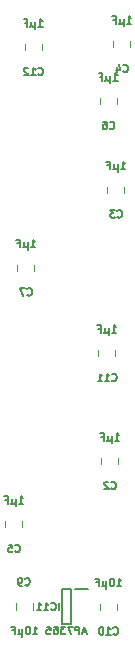
<source format=gbo>
%TF.GenerationSoftware,KiCad,Pcbnew,8.0.4*%
%TF.CreationDate,2024-08-12T14:47:45+02:00*%
%TF.ProjectId,HCP65 Device Interrupts,48435036-3520-4446-9576-69636520496e,rev?*%
%TF.SameCoordinates,PX525bfc0PY43d3480*%
%TF.FileFunction,Legend,Bot*%
%TF.FilePolarity,Positive*%
%FSLAX46Y46*%
G04 Gerber Fmt 4.6, Leading zero omitted, Abs format (unit mm)*
G04 Created by KiCad (PCBNEW 8.0.4) date 2024-08-12 14:47:45*
%MOMM*%
%LPD*%
G01*
G04 APERTURE LIST*
%ADD10C,0.150000*%
%ADD11C,0.120000*%
%ADD12C,0.200000*%
G04 APERTURE END LIST*
D10*
X12451833Y-2300486D02*
X12482071Y-2330725D01*
X12482071Y-2330725D02*
X12572785Y-2360963D01*
X12572785Y-2360963D02*
X12633261Y-2360963D01*
X12633261Y-2360963D02*
X12723976Y-2330725D01*
X12723976Y-2330725D02*
X12784452Y-2270248D01*
X12784452Y-2270248D02*
X12814690Y-2209772D01*
X12814690Y-2209772D02*
X12844928Y-2088820D01*
X12844928Y-2088820D02*
X12844928Y-1998105D01*
X12844928Y-1998105D02*
X12814690Y-1877153D01*
X12814690Y-1877153D02*
X12784452Y-1816677D01*
X12784452Y-1816677D02*
X12723976Y-1756201D01*
X12723976Y-1756201D02*
X12633261Y-1725963D01*
X12633261Y-1725963D02*
X12572785Y-1725963D01*
X12572785Y-1725963D02*
X12482071Y-1756201D01*
X12482071Y-1756201D02*
X12451833Y-1786439D01*
X11907547Y-1937629D02*
X11907547Y-2360963D01*
X12058738Y-1695725D02*
X12209928Y-2149296D01*
X12209928Y-2149296D02*
X11816833Y-2149296D01*
X12742333Y1746037D02*
X13105190Y1746037D01*
X12923762Y1746037D02*
X12923762Y2381037D01*
X12923762Y2381037D02*
X12984238Y2290323D01*
X12984238Y2290323D02*
X13044714Y2229847D01*
X13044714Y2229847D02*
X13105190Y2199609D01*
X12470190Y2169371D02*
X12470190Y1534371D01*
X12167809Y1836752D02*
X12137571Y1776275D01*
X12137571Y1776275D02*
X12077095Y1746037D01*
X12470190Y1836752D02*
X12439952Y1776275D01*
X12439952Y1776275D02*
X12379476Y1746037D01*
X12379476Y1746037D02*
X12258523Y1746037D01*
X12258523Y1746037D02*
X12198047Y1776275D01*
X12198047Y1776275D02*
X12167809Y1836752D01*
X12167809Y1836752D02*
X12167809Y2169371D01*
X11593285Y2078656D02*
X11804952Y2078656D01*
X11804952Y1746037D02*
X11804952Y2381037D01*
X11804952Y2381037D02*
X11502571Y2381037D01*
X11611214Y-49925486D02*
X11641452Y-49955725D01*
X11641452Y-49955725D02*
X11732166Y-49985963D01*
X11732166Y-49985963D02*
X11792642Y-49985963D01*
X11792642Y-49985963D02*
X11883357Y-49955725D01*
X11883357Y-49955725D02*
X11943833Y-49895248D01*
X11943833Y-49895248D02*
X11974071Y-49834772D01*
X11974071Y-49834772D02*
X12004309Y-49713820D01*
X12004309Y-49713820D02*
X12004309Y-49623105D01*
X12004309Y-49623105D02*
X11974071Y-49502153D01*
X11974071Y-49502153D02*
X11943833Y-49441677D01*
X11943833Y-49441677D02*
X11883357Y-49381201D01*
X11883357Y-49381201D02*
X11792642Y-49350963D01*
X11792642Y-49350963D02*
X11732166Y-49350963D01*
X11732166Y-49350963D02*
X11641452Y-49381201D01*
X11641452Y-49381201D02*
X11611214Y-49411439D01*
X11006452Y-49985963D02*
X11369309Y-49985963D01*
X11187881Y-49985963D02*
X11187881Y-49350963D01*
X11187881Y-49350963D02*
X11248357Y-49441677D01*
X11248357Y-49441677D02*
X11308833Y-49502153D01*
X11308833Y-49502153D02*
X11369309Y-49532391D01*
X10613357Y-49350963D02*
X10552880Y-49350963D01*
X10552880Y-49350963D02*
X10492404Y-49381201D01*
X10492404Y-49381201D02*
X10462166Y-49411439D01*
X10462166Y-49411439D02*
X10431928Y-49471915D01*
X10431928Y-49471915D02*
X10401690Y-49592867D01*
X10401690Y-49592867D02*
X10401690Y-49744058D01*
X10401690Y-49744058D02*
X10431928Y-49865010D01*
X10431928Y-49865010D02*
X10462166Y-49925486D01*
X10462166Y-49925486D02*
X10492404Y-49955725D01*
X10492404Y-49955725D02*
X10552880Y-49985963D01*
X10552880Y-49985963D02*
X10613357Y-49985963D01*
X10613357Y-49985963D02*
X10673833Y-49955725D01*
X10673833Y-49955725D02*
X10704071Y-49925486D01*
X10704071Y-49925486D02*
X10734309Y-49865010D01*
X10734309Y-49865010D02*
X10764547Y-49744058D01*
X10764547Y-49744058D02*
X10764547Y-49592867D01*
X10764547Y-49592867D02*
X10734309Y-49471915D01*
X10734309Y-49471915D02*
X10704071Y-49411439D01*
X10704071Y-49411439D02*
X10673833Y-49381201D01*
X10673833Y-49381201D02*
X10613357Y-49350963D01*
X11901714Y-45878963D02*
X12264571Y-45878963D01*
X12083143Y-45878963D02*
X12083143Y-45243963D01*
X12083143Y-45243963D02*
X12143619Y-45334677D01*
X12143619Y-45334677D02*
X12204095Y-45395153D01*
X12204095Y-45395153D02*
X12264571Y-45425391D01*
X11508619Y-45243963D02*
X11448142Y-45243963D01*
X11448142Y-45243963D02*
X11387666Y-45274201D01*
X11387666Y-45274201D02*
X11357428Y-45304439D01*
X11357428Y-45304439D02*
X11327190Y-45364915D01*
X11327190Y-45364915D02*
X11296952Y-45485867D01*
X11296952Y-45485867D02*
X11296952Y-45637058D01*
X11296952Y-45637058D02*
X11327190Y-45758010D01*
X11327190Y-45758010D02*
X11357428Y-45818486D01*
X11357428Y-45818486D02*
X11387666Y-45848725D01*
X11387666Y-45848725D02*
X11448142Y-45878963D01*
X11448142Y-45878963D02*
X11508619Y-45878963D01*
X11508619Y-45878963D02*
X11569095Y-45848725D01*
X11569095Y-45848725D02*
X11599333Y-45818486D01*
X11599333Y-45818486D02*
X11629571Y-45758010D01*
X11629571Y-45758010D02*
X11659809Y-45637058D01*
X11659809Y-45637058D02*
X11659809Y-45485867D01*
X11659809Y-45485867D02*
X11629571Y-45364915D01*
X11629571Y-45364915D02*
X11599333Y-45304439D01*
X11599333Y-45304439D02*
X11569095Y-45274201D01*
X11569095Y-45274201D02*
X11508619Y-45243963D01*
X11024809Y-45455629D02*
X11024809Y-46090629D01*
X10722428Y-45788248D02*
X10692190Y-45848725D01*
X10692190Y-45848725D02*
X10631714Y-45878963D01*
X11024809Y-45788248D02*
X10994571Y-45848725D01*
X10994571Y-45848725D02*
X10934095Y-45878963D01*
X10934095Y-45878963D02*
X10813142Y-45878963D01*
X10813142Y-45878963D02*
X10752666Y-45848725D01*
X10752666Y-45848725D02*
X10722428Y-45788248D01*
X10722428Y-45788248D02*
X10722428Y-45455629D01*
X10147904Y-45546344D02*
X10359571Y-45546344D01*
X10359571Y-45878963D02*
X10359571Y-45243963D01*
X10359571Y-45243963D02*
X10057190Y-45243963D01*
X7018261Y-47910963D02*
X7018261Y-47275963D01*
X6353023Y-47850486D02*
X6383261Y-47880725D01*
X6383261Y-47880725D02*
X6473975Y-47910963D01*
X6473975Y-47910963D02*
X6534451Y-47910963D01*
X6534451Y-47910963D02*
X6625166Y-47880725D01*
X6625166Y-47880725D02*
X6685642Y-47820248D01*
X6685642Y-47820248D02*
X6715880Y-47759772D01*
X6715880Y-47759772D02*
X6746118Y-47638820D01*
X6746118Y-47638820D02*
X6746118Y-47548105D01*
X6746118Y-47548105D02*
X6715880Y-47427153D01*
X6715880Y-47427153D02*
X6685642Y-47366677D01*
X6685642Y-47366677D02*
X6625166Y-47306201D01*
X6625166Y-47306201D02*
X6534451Y-47275963D01*
X6534451Y-47275963D02*
X6473975Y-47275963D01*
X6473975Y-47275963D02*
X6383261Y-47306201D01*
X6383261Y-47306201D02*
X6353023Y-47336439D01*
X5748261Y-47910963D02*
X6111118Y-47910963D01*
X5929690Y-47910963D02*
X5929690Y-47275963D01*
X5929690Y-47275963D02*
X5990166Y-47366677D01*
X5990166Y-47366677D02*
X6050642Y-47427153D01*
X6050642Y-47427153D02*
X6111118Y-47457391D01*
X5143499Y-47910963D02*
X5506356Y-47910963D01*
X5324928Y-47910963D02*
X5324928Y-47275963D01*
X5324928Y-47275963D02*
X5385404Y-47366677D01*
X5385404Y-47366677D02*
X5445880Y-47427153D01*
X5445880Y-47427153D02*
X5506356Y-47457391D01*
X9298214Y-49761534D02*
X8995833Y-49761534D01*
X9358690Y-49942963D02*
X9147024Y-49307963D01*
X9147024Y-49307963D02*
X8935357Y-49942963D01*
X8723690Y-49942963D02*
X8723690Y-49307963D01*
X8723690Y-49307963D02*
X8481785Y-49307963D01*
X8481785Y-49307963D02*
X8421309Y-49338201D01*
X8421309Y-49338201D02*
X8391071Y-49368439D01*
X8391071Y-49368439D02*
X8360833Y-49428915D01*
X8360833Y-49428915D02*
X8360833Y-49519629D01*
X8360833Y-49519629D02*
X8391071Y-49580105D01*
X8391071Y-49580105D02*
X8421309Y-49610344D01*
X8421309Y-49610344D02*
X8481785Y-49640582D01*
X8481785Y-49640582D02*
X8723690Y-49640582D01*
X8149166Y-49307963D02*
X7725833Y-49307963D01*
X7725833Y-49307963D02*
X7997976Y-49942963D01*
X7544404Y-49307963D02*
X7151309Y-49307963D01*
X7151309Y-49307963D02*
X7362976Y-49549867D01*
X7362976Y-49549867D02*
X7272261Y-49549867D01*
X7272261Y-49549867D02*
X7211785Y-49580105D01*
X7211785Y-49580105D02*
X7181547Y-49610344D01*
X7181547Y-49610344D02*
X7151309Y-49670820D01*
X7151309Y-49670820D02*
X7151309Y-49822010D01*
X7151309Y-49822010D02*
X7181547Y-49882486D01*
X7181547Y-49882486D02*
X7211785Y-49912725D01*
X7211785Y-49912725D02*
X7272261Y-49942963D01*
X7272261Y-49942963D02*
X7453690Y-49942963D01*
X7453690Y-49942963D02*
X7514166Y-49912725D01*
X7514166Y-49912725D02*
X7544404Y-49882486D01*
X6607023Y-49307963D02*
X6727976Y-49307963D01*
X6727976Y-49307963D02*
X6788452Y-49338201D01*
X6788452Y-49338201D02*
X6818690Y-49368439D01*
X6818690Y-49368439D02*
X6879166Y-49459153D01*
X6879166Y-49459153D02*
X6909404Y-49580105D01*
X6909404Y-49580105D02*
X6909404Y-49822010D01*
X6909404Y-49822010D02*
X6879166Y-49882486D01*
X6879166Y-49882486D02*
X6848928Y-49912725D01*
X6848928Y-49912725D02*
X6788452Y-49942963D01*
X6788452Y-49942963D02*
X6667499Y-49942963D01*
X6667499Y-49942963D02*
X6607023Y-49912725D01*
X6607023Y-49912725D02*
X6576785Y-49882486D01*
X6576785Y-49882486D02*
X6546547Y-49822010D01*
X6546547Y-49822010D02*
X6546547Y-49670820D01*
X6546547Y-49670820D02*
X6576785Y-49610344D01*
X6576785Y-49610344D02*
X6607023Y-49580105D01*
X6607023Y-49580105D02*
X6667499Y-49549867D01*
X6667499Y-49549867D02*
X6788452Y-49549867D01*
X6788452Y-49549867D02*
X6848928Y-49580105D01*
X6848928Y-49580105D02*
X6879166Y-49610344D01*
X6879166Y-49610344D02*
X6909404Y-49670820D01*
X5972023Y-49307963D02*
X6274404Y-49307963D01*
X6274404Y-49307963D02*
X6304642Y-49610344D01*
X6304642Y-49610344D02*
X6274404Y-49580105D01*
X6274404Y-49580105D02*
X6213928Y-49549867D01*
X6213928Y-49549867D02*
X6062737Y-49549867D01*
X6062737Y-49549867D02*
X6002261Y-49580105D01*
X6002261Y-49580105D02*
X5972023Y-49610344D01*
X5972023Y-49610344D02*
X5941785Y-49670820D01*
X5941785Y-49670820D02*
X5941785Y-49822010D01*
X5941785Y-49822010D02*
X5972023Y-49882486D01*
X5972023Y-49882486D02*
X6002261Y-49912725D01*
X6002261Y-49912725D02*
X6062737Y-49942963D01*
X6062737Y-49942963D02*
X6213928Y-49942963D01*
X6213928Y-49942963D02*
X6274404Y-49912725D01*
X6274404Y-49912725D02*
X6304642Y-49882486D01*
X5261214Y-2554486D02*
X5291452Y-2584725D01*
X5291452Y-2584725D02*
X5382166Y-2614963D01*
X5382166Y-2614963D02*
X5442642Y-2614963D01*
X5442642Y-2614963D02*
X5533357Y-2584725D01*
X5533357Y-2584725D02*
X5593833Y-2524248D01*
X5593833Y-2524248D02*
X5624071Y-2463772D01*
X5624071Y-2463772D02*
X5654309Y-2342820D01*
X5654309Y-2342820D02*
X5654309Y-2252105D01*
X5654309Y-2252105D02*
X5624071Y-2131153D01*
X5624071Y-2131153D02*
X5593833Y-2070677D01*
X5593833Y-2070677D02*
X5533357Y-2010201D01*
X5533357Y-2010201D02*
X5442642Y-1979963D01*
X5442642Y-1979963D02*
X5382166Y-1979963D01*
X5382166Y-1979963D02*
X5291452Y-2010201D01*
X5291452Y-2010201D02*
X5261214Y-2040439D01*
X4656452Y-2614963D02*
X5019309Y-2614963D01*
X4837881Y-2614963D02*
X4837881Y-1979963D01*
X4837881Y-1979963D02*
X4898357Y-2070677D01*
X4898357Y-2070677D02*
X4958833Y-2131153D01*
X4958833Y-2131153D02*
X5019309Y-2161391D01*
X4414547Y-2040439D02*
X4384309Y-2010201D01*
X4384309Y-2010201D02*
X4323833Y-1979963D01*
X4323833Y-1979963D02*
X4172642Y-1979963D01*
X4172642Y-1979963D02*
X4112166Y-2010201D01*
X4112166Y-2010201D02*
X4081928Y-2040439D01*
X4081928Y-2040439D02*
X4051690Y-2100915D01*
X4051690Y-2100915D02*
X4051690Y-2161391D01*
X4051690Y-2161391D02*
X4081928Y-2252105D01*
X4081928Y-2252105D02*
X4444785Y-2614963D01*
X4444785Y-2614963D02*
X4051690Y-2614963D01*
X5249333Y1492037D02*
X5612190Y1492037D01*
X5430762Y1492037D02*
X5430762Y2127037D01*
X5430762Y2127037D02*
X5491238Y2036323D01*
X5491238Y2036323D02*
X5551714Y1975847D01*
X5551714Y1975847D02*
X5612190Y1945609D01*
X4977190Y1915371D02*
X4977190Y1280371D01*
X4674809Y1582752D02*
X4644571Y1522275D01*
X4644571Y1522275D02*
X4584095Y1492037D01*
X4977190Y1582752D02*
X4946952Y1522275D01*
X4946952Y1522275D02*
X4886476Y1492037D01*
X4886476Y1492037D02*
X4765523Y1492037D01*
X4765523Y1492037D02*
X4705047Y1522275D01*
X4705047Y1522275D02*
X4674809Y1582752D01*
X4674809Y1582752D02*
X4674809Y1915371D01*
X4100285Y1824656D02*
X4311952Y1824656D01*
X4311952Y1492037D02*
X4311952Y2127037D01*
X4311952Y2127037D02*
X4009571Y2127037D01*
X4323833Y-21223486D02*
X4354071Y-21253725D01*
X4354071Y-21253725D02*
X4444785Y-21283963D01*
X4444785Y-21283963D02*
X4505261Y-21283963D01*
X4505261Y-21283963D02*
X4595976Y-21253725D01*
X4595976Y-21253725D02*
X4656452Y-21193248D01*
X4656452Y-21193248D02*
X4686690Y-21132772D01*
X4686690Y-21132772D02*
X4716928Y-21011820D01*
X4716928Y-21011820D02*
X4716928Y-20921105D01*
X4716928Y-20921105D02*
X4686690Y-20800153D01*
X4686690Y-20800153D02*
X4656452Y-20739677D01*
X4656452Y-20739677D02*
X4595976Y-20679201D01*
X4595976Y-20679201D02*
X4505261Y-20648963D01*
X4505261Y-20648963D02*
X4444785Y-20648963D01*
X4444785Y-20648963D02*
X4354071Y-20679201D01*
X4354071Y-20679201D02*
X4323833Y-20709439D01*
X4112166Y-20648963D02*
X3688833Y-20648963D01*
X3688833Y-20648963D02*
X3960976Y-21283963D01*
X4614333Y-17176963D02*
X4977190Y-17176963D01*
X4795762Y-17176963D02*
X4795762Y-16541963D01*
X4795762Y-16541963D02*
X4856238Y-16632677D01*
X4856238Y-16632677D02*
X4916714Y-16693153D01*
X4916714Y-16693153D02*
X4977190Y-16723391D01*
X4342190Y-16753629D02*
X4342190Y-17388629D01*
X4039809Y-17086248D02*
X4009571Y-17146725D01*
X4009571Y-17146725D02*
X3949095Y-17176963D01*
X4342190Y-17086248D02*
X4311952Y-17146725D01*
X4311952Y-17146725D02*
X4251476Y-17176963D01*
X4251476Y-17176963D02*
X4130523Y-17176963D01*
X4130523Y-17176963D02*
X4070047Y-17146725D01*
X4070047Y-17146725D02*
X4039809Y-17086248D01*
X4039809Y-17086248D02*
X4039809Y-16753629D01*
X3465285Y-16844344D02*
X3676952Y-16844344D01*
X3676952Y-17176963D02*
X3676952Y-16541963D01*
X3676952Y-16541963D02*
X3374571Y-16541963D01*
X3307833Y-42940486D02*
X3338071Y-42970725D01*
X3338071Y-42970725D02*
X3428785Y-43000963D01*
X3428785Y-43000963D02*
X3489261Y-43000963D01*
X3489261Y-43000963D02*
X3579976Y-42970725D01*
X3579976Y-42970725D02*
X3640452Y-42910248D01*
X3640452Y-42910248D02*
X3670690Y-42849772D01*
X3670690Y-42849772D02*
X3700928Y-42728820D01*
X3700928Y-42728820D02*
X3700928Y-42638105D01*
X3700928Y-42638105D02*
X3670690Y-42517153D01*
X3670690Y-42517153D02*
X3640452Y-42456677D01*
X3640452Y-42456677D02*
X3579976Y-42396201D01*
X3579976Y-42396201D02*
X3489261Y-42365963D01*
X3489261Y-42365963D02*
X3428785Y-42365963D01*
X3428785Y-42365963D02*
X3338071Y-42396201D01*
X3338071Y-42396201D02*
X3307833Y-42426439D01*
X2733309Y-42365963D02*
X3035690Y-42365963D01*
X3035690Y-42365963D02*
X3065928Y-42668344D01*
X3065928Y-42668344D02*
X3035690Y-42638105D01*
X3035690Y-42638105D02*
X2975214Y-42607867D01*
X2975214Y-42607867D02*
X2824023Y-42607867D01*
X2824023Y-42607867D02*
X2763547Y-42638105D01*
X2763547Y-42638105D02*
X2733309Y-42668344D01*
X2733309Y-42668344D02*
X2703071Y-42728820D01*
X2703071Y-42728820D02*
X2703071Y-42880010D01*
X2703071Y-42880010D02*
X2733309Y-42940486D01*
X2733309Y-42940486D02*
X2763547Y-42970725D01*
X2763547Y-42970725D02*
X2824023Y-43000963D01*
X2824023Y-43000963D02*
X2975214Y-43000963D01*
X2975214Y-43000963D02*
X3035690Y-42970725D01*
X3035690Y-42970725D02*
X3065928Y-42940486D01*
X3598333Y-38893963D02*
X3961190Y-38893963D01*
X3779762Y-38893963D02*
X3779762Y-38258963D01*
X3779762Y-38258963D02*
X3840238Y-38349677D01*
X3840238Y-38349677D02*
X3900714Y-38410153D01*
X3900714Y-38410153D02*
X3961190Y-38440391D01*
X3326190Y-38470629D02*
X3326190Y-39105629D01*
X3023809Y-38803248D02*
X2993571Y-38863725D01*
X2993571Y-38863725D02*
X2933095Y-38893963D01*
X3326190Y-38803248D02*
X3295952Y-38863725D01*
X3295952Y-38863725D02*
X3235476Y-38893963D01*
X3235476Y-38893963D02*
X3114523Y-38893963D01*
X3114523Y-38893963D02*
X3054047Y-38863725D01*
X3054047Y-38863725D02*
X3023809Y-38803248D01*
X3023809Y-38803248D02*
X3023809Y-38470629D01*
X2449285Y-38561344D02*
X2660952Y-38561344D01*
X2660952Y-38893963D02*
X2660952Y-38258963D01*
X2660952Y-38258963D02*
X2358571Y-38258963D01*
X11308833Y-7126486D02*
X11339071Y-7156725D01*
X11339071Y-7156725D02*
X11429785Y-7186963D01*
X11429785Y-7186963D02*
X11490261Y-7186963D01*
X11490261Y-7186963D02*
X11580976Y-7156725D01*
X11580976Y-7156725D02*
X11641452Y-7096248D01*
X11641452Y-7096248D02*
X11671690Y-7035772D01*
X11671690Y-7035772D02*
X11701928Y-6914820D01*
X11701928Y-6914820D02*
X11701928Y-6824105D01*
X11701928Y-6824105D02*
X11671690Y-6703153D01*
X11671690Y-6703153D02*
X11641452Y-6642677D01*
X11641452Y-6642677D02*
X11580976Y-6582201D01*
X11580976Y-6582201D02*
X11490261Y-6551963D01*
X11490261Y-6551963D02*
X11429785Y-6551963D01*
X11429785Y-6551963D02*
X11339071Y-6582201D01*
X11339071Y-6582201D02*
X11308833Y-6612439D01*
X10764547Y-6551963D02*
X10885500Y-6551963D01*
X10885500Y-6551963D02*
X10945976Y-6582201D01*
X10945976Y-6582201D02*
X10976214Y-6612439D01*
X10976214Y-6612439D02*
X11036690Y-6703153D01*
X11036690Y-6703153D02*
X11066928Y-6824105D01*
X11066928Y-6824105D02*
X11066928Y-7066010D01*
X11066928Y-7066010D02*
X11036690Y-7126486D01*
X11036690Y-7126486D02*
X11006452Y-7156725D01*
X11006452Y-7156725D02*
X10945976Y-7186963D01*
X10945976Y-7186963D02*
X10825023Y-7186963D01*
X10825023Y-7186963D02*
X10764547Y-7156725D01*
X10764547Y-7156725D02*
X10734309Y-7126486D01*
X10734309Y-7126486D02*
X10704071Y-7066010D01*
X10704071Y-7066010D02*
X10704071Y-6914820D01*
X10704071Y-6914820D02*
X10734309Y-6854344D01*
X10734309Y-6854344D02*
X10764547Y-6824105D01*
X10764547Y-6824105D02*
X10825023Y-6793867D01*
X10825023Y-6793867D02*
X10945976Y-6793867D01*
X10945976Y-6793867D02*
X11006452Y-6824105D01*
X11006452Y-6824105D02*
X11036690Y-6854344D01*
X11036690Y-6854344D02*
X11066928Y-6914820D01*
X11599333Y-3079963D02*
X11962190Y-3079963D01*
X11780762Y-3079963D02*
X11780762Y-2444963D01*
X11780762Y-2444963D02*
X11841238Y-2535677D01*
X11841238Y-2535677D02*
X11901714Y-2596153D01*
X11901714Y-2596153D02*
X11962190Y-2626391D01*
X11327190Y-2656629D02*
X11327190Y-3291629D01*
X11024809Y-2989248D02*
X10994571Y-3049725D01*
X10994571Y-3049725D02*
X10934095Y-3079963D01*
X11327190Y-2989248D02*
X11296952Y-3049725D01*
X11296952Y-3049725D02*
X11236476Y-3079963D01*
X11236476Y-3079963D02*
X11115523Y-3079963D01*
X11115523Y-3079963D02*
X11055047Y-3049725D01*
X11055047Y-3049725D02*
X11024809Y-2989248D01*
X11024809Y-2989248D02*
X11024809Y-2656629D01*
X10450285Y-2747344D02*
X10661952Y-2747344D01*
X10661952Y-3079963D02*
X10661952Y-2444963D01*
X10661952Y-2444963D02*
X10359571Y-2444963D01*
X11484214Y-28462486D02*
X11514452Y-28492725D01*
X11514452Y-28492725D02*
X11605166Y-28522963D01*
X11605166Y-28522963D02*
X11665642Y-28522963D01*
X11665642Y-28522963D02*
X11756357Y-28492725D01*
X11756357Y-28492725D02*
X11816833Y-28432248D01*
X11816833Y-28432248D02*
X11847071Y-28371772D01*
X11847071Y-28371772D02*
X11877309Y-28250820D01*
X11877309Y-28250820D02*
X11877309Y-28160105D01*
X11877309Y-28160105D02*
X11847071Y-28039153D01*
X11847071Y-28039153D02*
X11816833Y-27978677D01*
X11816833Y-27978677D02*
X11756357Y-27918201D01*
X11756357Y-27918201D02*
X11665642Y-27887963D01*
X11665642Y-27887963D02*
X11605166Y-27887963D01*
X11605166Y-27887963D02*
X11514452Y-27918201D01*
X11514452Y-27918201D02*
X11484214Y-27948439D01*
X10879452Y-28522963D02*
X11242309Y-28522963D01*
X11060881Y-28522963D02*
X11060881Y-27887963D01*
X11060881Y-27887963D02*
X11121357Y-27978677D01*
X11121357Y-27978677D02*
X11181833Y-28039153D01*
X11181833Y-28039153D02*
X11242309Y-28069391D01*
X10274690Y-28522963D02*
X10637547Y-28522963D01*
X10456119Y-28522963D02*
X10456119Y-27887963D01*
X10456119Y-27887963D02*
X10516595Y-27978677D01*
X10516595Y-27978677D02*
X10577071Y-28039153D01*
X10577071Y-28039153D02*
X10637547Y-28069391D01*
X11472333Y-24415963D02*
X11835190Y-24415963D01*
X11653762Y-24415963D02*
X11653762Y-23780963D01*
X11653762Y-23780963D02*
X11714238Y-23871677D01*
X11714238Y-23871677D02*
X11774714Y-23932153D01*
X11774714Y-23932153D02*
X11835190Y-23962391D01*
X11200190Y-23992629D02*
X11200190Y-24627629D01*
X10897809Y-24325248D02*
X10867571Y-24385725D01*
X10867571Y-24385725D02*
X10807095Y-24415963D01*
X11200190Y-24325248D02*
X11169952Y-24385725D01*
X11169952Y-24385725D02*
X11109476Y-24415963D01*
X11109476Y-24415963D02*
X10988523Y-24415963D01*
X10988523Y-24415963D02*
X10928047Y-24385725D01*
X10928047Y-24385725D02*
X10897809Y-24325248D01*
X10897809Y-24325248D02*
X10897809Y-23992629D01*
X10323285Y-24083344D02*
X10534952Y-24083344D01*
X10534952Y-24415963D02*
X10534952Y-23780963D01*
X10534952Y-23780963D02*
X10232571Y-23780963D01*
X11435833Y-37606486D02*
X11466071Y-37636725D01*
X11466071Y-37636725D02*
X11556785Y-37666963D01*
X11556785Y-37666963D02*
X11617261Y-37666963D01*
X11617261Y-37666963D02*
X11707976Y-37636725D01*
X11707976Y-37636725D02*
X11768452Y-37576248D01*
X11768452Y-37576248D02*
X11798690Y-37515772D01*
X11798690Y-37515772D02*
X11828928Y-37394820D01*
X11828928Y-37394820D02*
X11828928Y-37304105D01*
X11828928Y-37304105D02*
X11798690Y-37183153D01*
X11798690Y-37183153D02*
X11768452Y-37122677D01*
X11768452Y-37122677D02*
X11707976Y-37062201D01*
X11707976Y-37062201D02*
X11617261Y-37031963D01*
X11617261Y-37031963D02*
X11556785Y-37031963D01*
X11556785Y-37031963D02*
X11466071Y-37062201D01*
X11466071Y-37062201D02*
X11435833Y-37092439D01*
X11193928Y-37092439D02*
X11163690Y-37062201D01*
X11163690Y-37062201D02*
X11103214Y-37031963D01*
X11103214Y-37031963D02*
X10952023Y-37031963D01*
X10952023Y-37031963D02*
X10891547Y-37062201D01*
X10891547Y-37062201D02*
X10861309Y-37092439D01*
X10861309Y-37092439D02*
X10831071Y-37152915D01*
X10831071Y-37152915D02*
X10831071Y-37213391D01*
X10831071Y-37213391D02*
X10861309Y-37304105D01*
X10861309Y-37304105D02*
X11224166Y-37666963D01*
X11224166Y-37666963D02*
X10831071Y-37666963D01*
X11726333Y-33559963D02*
X12089190Y-33559963D01*
X11907762Y-33559963D02*
X11907762Y-32924963D01*
X11907762Y-32924963D02*
X11968238Y-33015677D01*
X11968238Y-33015677D02*
X12028714Y-33076153D01*
X12028714Y-33076153D02*
X12089190Y-33106391D01*
X11454190Y-33136629D02*
X11454190Y-33771629D01*
X11151809Y-33469248D02*
X11121571Y-33529725D01*
X11121571Y-33529725D02*
X11061095Y-33559963D01*
X11454190Y-33469248D02*
X11423952Y-33529725D01*
X11423952Y-33529725D02*
X11363476Y-33559963D01*
X11363476Y-33559963D02*
X11242523Y-33559963D01*
X11242523Y-33559963D02*
X11182047Y-33529725D01*
X11182047Y-33529725D02*
X11151809Y-33469248D01*
X11151809Y-33469248D02*
X11151809Y-33136629D01*
X10577285Y-33227344D02*
X10788952Y-33227344D01*
X10788952Y-33559963D02*
X10788952Y-32924963D01*
X10788952Y-32924963D02*
X10486571Y-32924963D01*
X4142833Y-45775486D02*
X4173071Y-45805725D01*
X4173071Y-45805725D02*
X4263785Y-45835963D01*
X4263785Y-45835963D02*
X4324261Y-45835963D01*
X4324261Y-45835963D02*
X4414976Y-45805725D01*
X4414976Y-45805725D02*
X4475452Y-45745248D01*
X4475452Y-45745248D02*
X4505690Y-45684772D01*
X4505690Y-45684772D02*
X4535928Y-45563820D01*
X4535928Y-45563820D02*
X4535928Y-45473105D01*
X4535928Y-45473105D02*
X4505690Y-45352153D01*
X4505690Y-45352153D02*
X4475452Y-45291677D01*
X4475452Y-45291677D02*
X4414976Y-45231201D01*
X4414976Y-45231201D02*
X4324261Y-45200963D01*
X4324261Y-45200963D02*
X4263785Y-45200963D01*
X4263785Y-45200963D02*
X4173071Y-45231201D01*
X4173071Y-45231201D02*
X4142833Y-45261439D01*
X3840452Y-45835963D02*
X3719500Y-45835963D01*
X3719500Y-45835963D02*
X3659023Y-45805725D01*
X3659023Y-45805725D02*
X3628785Y-45775486D01*
X3628785Y-45775486D02*
X3568309Y-45684772D01*
X3568309Y-45684772D02*
X3538071Y-45563820D01*
X3538071Y-45563820D02*
X3538071Y-45321915D01*
X3538071Y-45321915D02*
X3568309Y-45261439D01*
X3568309Y-45261439D02*
X3598547Y-45231201D01*
X3598547Y-45231201D02*
X3659023Y-45200963D01*
X3659023Y-45200963D02*
X3779976Y-45200963D01*
X3779976Y-45200963D02*
X3840452Y-45231201D01*
X3840452Y-45231201D02*
X3870690Y-45261439D01*
X3870690Y-45261439D02*
X3900928Y-45321915D01*
X3900928Y-45321915D02*
X3900928Y-45473105D01*
X3900928Y-45473105D02*
X3870690Y-45533582D01*
X3870690Y-45533582D02*
X3840452Y-45563820D01*
X3840452Y-45563820D02*
X3779976Y-45594058D01*
X3779976Y-45594058D02*
X3659023Y-45594058D01*
X3659023Y-45594058D02*
X3598547Y-45563820D01*
X3598547Y-45563820D02*
X3568309Y-45533582D01*
X3568309Y-45533582D02*
X3538071Y-45473105D01*
X4789714Y-49942963D02*
X5152571Y-49942963D01*
X4971143Y-49942963D02*
X4971143Y-49307963D01*
X4971143Y-49307963D02*
X5031619Y-49398677D01*
X5031619Y-49398677D02*
X5092095Y-49459153D01*
X5092095Y-49459153D02*
X5152571Y-49489391D01*
X4396619Y-49307963D02*
X4336142Y-49307963D01*
X4336142Y-49307963D02*
X4275666Y-49338201D01*
X4275666Y-49338201D02*
X4245428Y-49368439D01*
X4245428Y-49368439D02*
X4215190Y-49428915D01*
X4215190Y-49428915D02*
X4184952Y-49549867D01*
X4184952Y-49549867D02*
X4184952Y-49701058D01*
X4184952Y-49701058D02*
X4215190Y-49822010D01*
X4215190Y-49822010D02*
X4245428Y-49882486D01*
X4245428Y-49882486D02*
X4275666Y-49912725D01*
X4275666Y-49912725D02*
X4336142Y-49942963D01*
X4336142Y-49942963D02*
X4396619Y-49942963D01*
X4396619Y-49942963D02*
X4457095Y-49912725D01*
X4457095Y-49912725D02*
X4487333Y-49882486D01*
X4487333Y-49882486D02*
X4517571Y-49822010D01*
X4517571Y-49822010D02*
X4547809Y-49701058D01*
X4547809Y-49701058D02*
X4547809Y-49549867D01*
X4547809Y-49549867D02*
X4517571Y-49428915D01*
X4517571Y-49428915D02*
X4487333Y-49368439D01*
X4487333Y-49368439D02*
X4457095Y-49338201D01*
X4457095Y-49338201D02*
X4396619Y-49307963D01*
X3912809Y-49519629D02*
X3912809Y-50154629D01*
X3610428Y-49852248D02*
X3580190Y-49912725D01*
X3580190Y-49912725D02*
X3519714Y-49942963D01*
X3912809Y-49852248D02*
X3882571Y-49912725D01*
X3882571Y-49912725D02*
X3822095Y-49942963D01*
X3822095Y-49942963D02*
X3701142Y-49942963D01*
X3701142Y-49942963D02*
X3640666Y-49912725D01*
X3640666Y-49912725D02*
X3610428Y-49852248D01*
X3610428Y-49852248D02*
X3610428Y-49519629D01*
X3035904Y-49610344D02*
X3247571Y-49610344D01*
X3247571Y-49942963D02*
X3247571Y-49307963D01*
X3247571Y-49307963D02*
X2945190Y-49307963D01*
X11943833Y-14619486D02*
X11974071Y-14649725D01*
X11974071Y-14649725D02*
X12064785Y-14679963D01*
X12064785Y-14679963D02*
X12125261Y-14679963D01*
X12125261Y-14679963D02*
X12215976Y-14649725D01*
X12215976Y-14649725D02*
X12276452Y-14589248D01*
X12276452Y-14589248D02*
X12306690Y-14528772D01*
X12306690Y-14528772D02*
X12336928Y-14407820D01*
X12336928Y-14407820D02*
X12336928Y-14317105D01*
X12336928Y-14317105D02*
X12306690Y-14196153D01*
X12306690Y-14196153D02*
X12276452Y-14135677D01*
X12276452Y-14135677D02*
X12215976Y-14075201D01*
X12215976Y-14075201D02*
X12125261Y-14044963D01*
X12125261Y-14044963D02*
X12064785Y-14044963D01*
X12064785Y-14044963D02*
X11974071Y-14075201D01*
X11974071Y-14075201D02*
X11943833Y-14105439D01*
X11732166Y-14044963D02*
X11339071Y-14044963D01*
X11339071Y-14044963D02*
X11550738Y-14286867D01*
X11550738Y-14286867D02*
X11460023Y-14286867D01*
X11460023Y-14286867D02*
X11399547Y-14317105D01*
X11399547Y-14317105D02*
X11369309Y-14347344D01*
X11369309Y-14347344D02*
X11339071Y-14407820D01*
X11339071Y-14407820D02*
X11339071Y-14559010D01*
X11339071Y-14559010D02*
X11369309Y-14619486D01*
X11369309Y-14619486D02*
X11399547Y-14649725D01*
X11399547Y-14649725D02*
X11460023Y-14679963D01*
X11460023Y-14679963D02*
X11641452Y-14679963D01*
X11641452Y-14679963D02*
X11701928Y-14649725D01*
X11701928Y-14649725D02*
X11732166Y-14619486D01*
X12234333Y-10572963D02*
X12597190Y-10572963D01*
X12415762Y-10572963D02*
X12415762Y-9937963D01*
X12415762Y-9937963D02*
X12476238Y-10028677D01*
X12476238Y-10028677D02*
X12536714Y-10089153D01*
X12536714Y-10089153D02*
X12597190Y-10119391D01*
X11962190Y-10149629D02*
X11962190Y-10784629D01*
X11659809Y-10482248D02*
X11629571Y-10542725D01*
X11629571Y-10542725D02*
X11569095Y-10572963D01*
X11962190Y-10482248D02*
X11931952Y-10542725D01*
X11931952Y-10542725D02*
X11871476Y-10572963D01*
X11871476Y-10572963D02*
X11750523Y-10572963D01*
X11750523Y-10572963D02*
X11690047Y-10542725D01*
X11690047Y-10542725D02*
X11659809Y-10482248D01*
X11659809Y-10482248D02*
X11659809Y-10149629D01*
X11085285Y-10240344D02*
X11296952Y-10240344D01*
X11296952Y-10572963D02*
X11296952Y-9937963D01*
X11296952Y-9937963D02*
X10994571Y-9937963D01*
D11*
%TO.C,C4*%
X11584000Y-277252D02*
X11584000Y245252D01*
X13054000Y-277252D02*
X13054000Y245252D01*
%TO.C,C10*%
X10441000Y-47902252D02*
X10441000Y-47379748D01*
X11911000Y-47902252D02*
X11911000Y-47379748D01*
D12*
%TO.C,IC11*%
X7245000Y-46125000D02*
X7995000Y-46125000D01*
X7245000Y-49125000D02*
X7245000Y-46125000D01*
X7995000Y-46125000D02*
X7995000Y-49125000D01*
X7995000Y-49125000D02*
X7245000Y-49125000D01*
X8345000Y-46125000D02*
X9495000Y-46125000D01*
D11*
%TO.C,C12*%
X4091000Y-531252D02*
X4091000Y-8748D01*
X5561000Y-531252D02*
X5561000Y-8748D01*
%TO.C,C7*%
X3456000Y-19200252D02*
X3456000Y-18677748D01*
X4926000Y-19200252D02*
X4926000Y-18677748D01*
%TO.C,C5*%
X2440000Y-40917252D02*
X2440000Y-40394748D01*
X3910000Y-40917252D02*
X3910000Y-40394748D01*
%TO.C,C6*%
X10441000Y-5103252D02*
X10441000Y-4580748D01*
X11911000Y-5103252D02*
X11911000Y-4580748D01*
%TO.C,C11*%
X10314000Y-26439252D02*
X10314000Y-25916748D01*
X11784000Y-26439252D02*
X11784000Y-25916748D01*
%TO.C,C2*%
X10568000Y-35583252D02*
X10568000Y-35060748D01*
X12038000Y-35583252D02*
X12038000Y-35060748D01*
%TO.C,C9*%
X3329000Y-47347748D02*
X3329000Y-47870252D01*
X4799000Y-47347748D02*
X4799000Y-47870252D01*
%TO.C,C3*%
X11076000Y-12596252D02*
X11076000Y-12073748D01*
X12546000Y-12596252D02*
X12546000Y-12073748D01*
%TD*%
M02*

</source>
